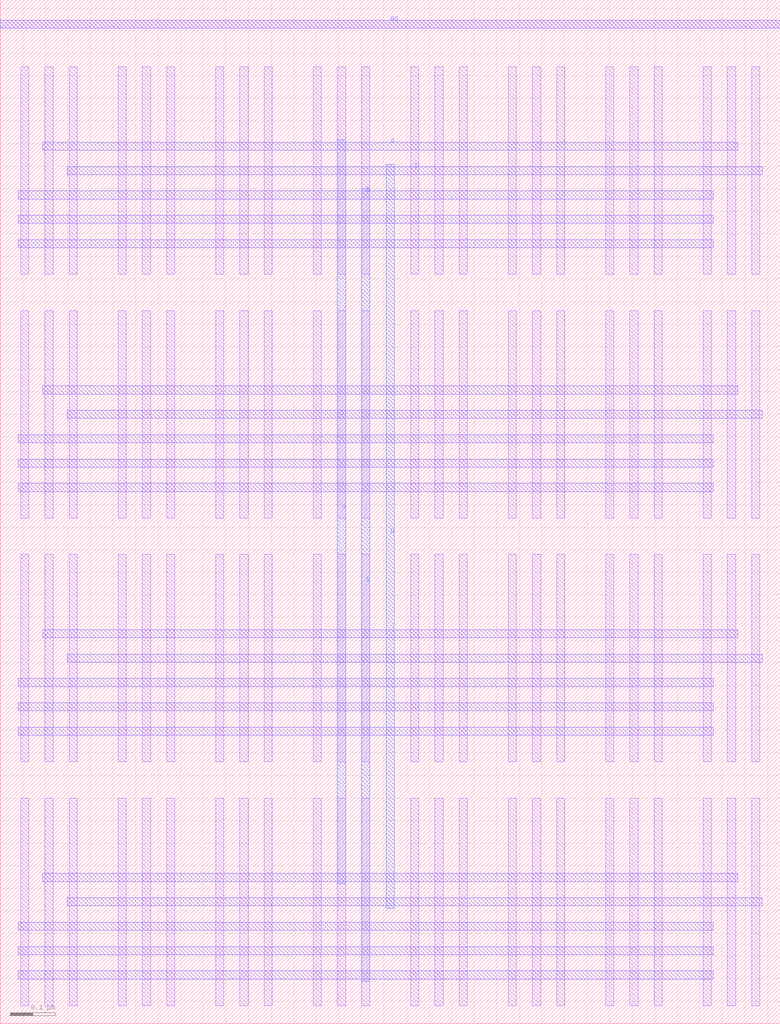
<source format=lef>
MACRO DCL_NMOS_n12_X1_Y1
  ORIGIN 0 0 ;
  FOREIGN DCL_NMOS_n12_X1_Y1 0 0 ;
  SIZE 0.432 BY 0.648 ;
  PIN S
    DIRECTION INOUT ;
    USE SIGNAL ;
    PORT
      LAYER M2 ;
        RECT 0.040 0.099 0.284 0.117 ;
      LAYER M2 ;
        RECT 0.040 0.153 0.284 0.171 ;
      LAYER M2 ;
        RECT 0.040 0.207 0.284 0.225 ;
      LAYER M3 ;
        RECT 0.153 0.094 0.171 0.446 ;
    END
  END S
  PIN BG
    DIRECTION INOUT ;
    USE SIGNAL ;
    PORT
      LAYER M2 ;
        RECT 0.000 0.585 0.432 0.603 ;
    END
  END BG
  PIN D
    DIRECTION INOUT ;
    USE SIGNAL ;
    PORT
      LAYER M2 ;
        RECT 0.094 0.261 0.392 0.279 ;
      LAYER M3 ;
        RECT 0.207 0.094 0.225 0.446 ;
    END
  END D
  OBS
    LAYER M1 ;
      RECT 0.099 0.040 0.117 0.500 ;
    LAYER M1 ;
      RECT 0.315 0.040 0.333 0.500 ;
    LAYER M1 ;
      RECT 0.045 0.040 0.063 0.500 ;
    LAYER M1 ;
      RECT 0.261 0.040 0.279 0.500 ;
    LAYER M1 ;
      RECT 0.153 0.040 0.171 0.500 ;
    LAYER M1 ;
      RECT 0.369 0.040 0.387 0.500 ;
    LAYER M1 ;
      RECT 0.000 0.585 0.432 0.603 ;   
  END
END DCL_NMOS_n12_X1_Y1
MACRO DCL_PMOS_n12_X5_Y2
  ORIGIN 0 0 ;
  FOREIGN DCL_PMOS_n12_X5_Y2 0 0 ;
  SIZE 2.160 BY 1.188 ;
  PIN S
    DIRECTION INOUT ;
    USE SIGNAL ;
    PORT
      LAYER M2 ;
        RECT 0.040 0.099 2.012 0.117 ;
      LAYER M2 ;
        RECT 0.040 0.153 2.012 0.171 ;
      LAYER M2 ;
        RECT 0.040 0.207 2.012 0.225 ;
      LAYER M2 ;
        RECT 0.040 0.639 2.012 0.657 ;
      LAYER M2 ;
        RECT 0.040 0.693 2.012 0.711 ;
      LAYER M2 ;
        RECT 0.040 0.747 2.012 0.765 ;
      LAYER M3 ;
        RECT 1.017 0.094 1.035 0.770 ;
    END
  END S
  PIN BG
    DIRECTION INOUT ;
    USE SIGNAL ;
    PORT
      LAYER M2 ;
        RECT 0.000 1.125 2.160 1.143 ;
    END
  END BG
  PIN D
    DIRECTION INOUT ;
    USE SIGNAL ;
    PORT
      LAYER M2 ;
        RECT 0.094 0.261 2.120 0.279 ;
      LAYER M2 ;
        RECT 0.094 0.801 2.120 0.819 ;
      LAYER M3 ;
        RECT 1.071 0.256 1.089 0.824 ;
    END
  END D
  OBS
    LAYER M1 ;
      RECT 0.000 1.125 2.160 1.143 ;
    LAYER M1 ;
      RECT 0.099 0.040 0.117 0.500 ;
    LAYER M1 ;
      RECT 0.099 0.580 0.117 1.040 ;
    LAYER M1 ;
      RECT 0.315 0.040 0.333 0.500 ;
    LAYER M1 ;
      RECT 0.315 0.580 0.333 1.040 ;
    LAYER M1 ;
      RECT 0.531 0.040 0.549 0.500 ;
    LAYER M1 ;
      RECT 0.531 0.580 0.549 1.040 ;
    LAYER M1 ;
      RECT 0.747 0.040 0.765 0.500 ;
    LAYER M1 ;
      RECT 0.747 0.580 0.765 1.040 ;
    LAYER M1 ;
      RECT 0.963 0.040 0.981 0.500 ;
    LAYER M1 ;
      RECT 0.963 0.580 0.981 1.040 ;
    LAYER M1 ;
      RECT 1.179 0.040 1.197 0.500 ;
    LAYER M1 ;
      RECT 1.179 0.580 1.197 1.040 ;
    LAYER M1 ;
      RECT 1.395 0.040 1.413 0.500 ;
    LAYER M1 ;
      RECT 1.395 0.580 1.413 1.040 ;
    LAYER M1 ;
      RECT 1.611 0.040 1.629 0.500 ;
    LAYER M1 ;
      RECT 1.611 0.580 1.629 1.040 ;
    LAYER M1 ;
      RECT 1.827 0.040 1.845 0.500 ;
    LAYER M1 ;
      RECT 1.827 0.580 1.845 1.040 ;
    LAYER M1 ;
      RECT 2.043 0.040 2.061 0.500 ;
    LAYER M1 ;
      RECT 2.043 0.580 2.061 1.040 ;
    LAYER M1 ;
      RECT 0.045 0.040 0.063 0.500 ;
    LAYER M1 ;
      RECT 0.045 0.580 0.063 1.040 ;
    LAYER M1 ;
      RECT 0.261 0.040 0.279 0.500 ;
    LAYER M1 ;
      RECT 0.261 0.580 0.279 1.040 ;
    LAYER M1 ;
      RECT 0.477 0.040 0.495 0.500 ;
    LAYER M1 ;
      RECT 0.477 0.580 0.495 1.040 ;
    LAYER M1 ;
      RECT 0.693 0.040 0.711 0.500 ;
    LAYER M1 ;
      RECT 0.693 0.580 0.711 1.040 ;
    LAYER M1 ;
      RECT 0.909 0.040 0.927 0.500 ;
    LAYER M1 ;
      RECT 0.909 0.580 0.927 1.040 ;
    LAYER M1 ;
      RECT 1.125 0.040 1.143 0.500 ;
    LAYER M1 ;
      RECT 1.125 0.580 1.143 1.040 ;
    LAYER M1 ;
      RECT 1.341 0.040 1.359 0.500 ;
    LAYER M1 ;
      RECT 1.341 0.580 1.359 1.040 ;
    LAYER M1 ;
      RECT 1.557 0.040 1.575 0.500 ;
    LAYER M1 ;
      RECT 1.557 0.580 1.575 1.040 ;
    LAYER M1 ;
      RECT 1.773 0.040 1.791 0.500 ;
    LAYER M1 ;
      RECT 1.773 0.580 1.791 1.040 ;
    LAYER M1 ;
      RECT 1.989 0.040 2.007 0.500 ;
    LAYER M1 ;
      RECT 1.989 0.580 2.007 1.040 ;
    LAYER M1 ;
      RECT 0.153 0.040 0.171 0.500 ;
    LAYER M1 ;
      RECT 0.153 0.580 0.171 1.040 ;
    LAYER M1 ;
      RECT 0.369 0.040 0.387 0.500 ;
    LAYER M1 ;
      RECT 0.369 0.580 0.387 1.040 ;
    LAYER M1 ;
      RECT 0.585 0.040 0.603 0.500 ;
    LAYER M1 ;
      RECT 0.585 0.580 0.603 1.040 ;
    LAYER M1 ;
      RECT 0.801 0.040 0.819 0.500 ;
    LAYER M1 ;
      RECT 0.801 0.580 0.819 1.040 ;
    LAYER M1 ;
      RECT 1.017 0.040 1.035 0.500 ;
    LAYER M1 ;
      RECT 1.017 0.580 1.035 1.040 ;
    LAYER M1 ;
      RECT 1.233 0.040 1.251 0.500 ;
    LAYER M1 ;
      RECT 1.233 0.580 1.251 1.040 ;
    LAYER M1 ;
      RECT 1.449 0.040 1.467 0.500 ;
    LAYER M1 ;
      RECT 1.449 0.580 1.467 1.040 ;
    LAYER M1 ;
      RECT 1.665 0.040 1.683 0.500 ;
    LAYER M1 ;
      RECT 1.665 0.580 1.683 1.040 ;
    LAYER M1 ;
      RECT 1.881 0.040 1.899 0.500 ;
    LAYER M1 ;
      RECT 1.881 0.580 1.899 1.040 ;
    LAYER M1 ;
      RECT 2.097 0.040 2.115 0.500 ;
    LAYER M1 ;
      RECT 2.097 0.580 2.115 1.040 ;
  END
END DCL_PMOS_n12_X5_Y2
MACRO Switch_NMOS_n12_X2_Y2
  ORIGIN 0 0 ;
  FOREIGN Switch_NMOS_n12_X2_Y2 0 0 ;
  SIZE 0.864 BY 1.188 ;
  PIN S
    DIRECTION INOUT ;
    USE SIGNAL ;
    PORT
      LAYER M2 ;
        RECT 0.040 0.099 0.716 0.117 ;
      LAYER M2 ;
        RECT 0.040 0.153 0.716 0.171 ;
      LAYER M2 ;
        RECT 0.040 0.207 0.716 0.225 ;
      LAYER M2 ;
        RECT 0.040 0.639 0.716 0.657 ;
      LAYER M2 ;
        RECT 0.040 0.693 0.716 0.711 ;
      LAYER M2 ;
        RECT 0.040 0.747 0.716 0.765 ;
      LAYER M3 ;
        RECT 0.369 0.094 0.387 0.770 ;
    END
  END S
  PIN BG
    DIRECTION INOUT ;
    USE SIGNAL ;
    PORT
      LAYER M2 ;
        RECT 0.000 1.125 0.864 1.143 ;
    END
  END BG
  PIN D
    DIRECTION INOUT ;
    USE SIGNAL ;
    PORT
      LAYER M2 ;
        RECT 0.148 0.261 0.824 0.279 ;
      LAYER M2 ;
        RECT 0.148 0.801 0.824 0.819 ;
      LAYER M3 ;
        RECT 0.423 0.256 0.441 0.824 ;
    END
  END D
  PIN G
    DIRECTION INOUT ;
    USE SIGNAL ;
    PORT
      LAYER M2 ;
        RECT 0.094 0.315 0.770 0.333 ;
      LAYER M2 ;
        RECT 0.094 0.855 0.770 0.873 ;
      LAYER M3 ;
        RECT 0.315 0.310 0.333 0.878 ;
    END
  END G
  OBS
    LAYER M1 ;
      RECT 0.000 1.125 0.864 1.143 ;
    LAYER M1 ;
      RECT 0.099 0.040 0.117 0.500 ;
    LAYER M1 ;
      RECT 0.099 0.580 0.117 1.040 ;
    LAYER M1 ;
      RECT 0.315 0.040 0.333 0.500 ;
    LAYER M1 ;
      RECT 0.315 0.580 0.333 1.040 ;
    LAYER M1 ;
      RECT 0.531 0.040 0.549 0.500 ;
    LAYER M1 ;
      RECT 0.531 0.580 0.549 1.040 ;
    LAYER M1 ;
      RECT 0.747 0.040 0.765 0.500 ;
    LAYER M1 ;
      RECT 0.747 0.580 0.765 1.040 ;
    LAYER M1 ;
      RECT 0.045 0.040 0.063 0.500 ;
    LAYER M1 ;
      RECT 0.045 0.580 0.063 1.040 ;
    LAYER M1 ;
      RECT 0.261 0.040 0.279 0.500 ;
    LAYER M1 ;
      RECT 0.261 0.580 0.279 1.040 ;
    LAYER M1 ;
      RECT 0.477 0.040 0.495 0.500 ;
    LAYER M1 ;
      RECT 0.477 0.580 0.495 1.040 ;
    LAYER M1 ;
      RECT 0.693 0.040 0.711 0.500 ;
    LAYER M1 ;
      RECT 0.693 0.580 0.711 1.040 ;
    LAYER M1 ;
      RECT 0.153 0.040 0.171 0.500 ;
    LAYER M1 ;
      RECT 0.153 0.580 0.171 1.040 ;
    LAYER M1 ;
      RECT 0.369 0.040 0.387 0.500 ;
    LAYER M1 ;
      RECT 0.369 0.580 0.387 1.040 ;
    LAYER M1 ;
      RECT 0.585 0.040 0.603 0.500 ;
    LAYER M1 ;
      RECT 0.585 0.580 0.603 1.040 ;
    LAYER M1 ;
      RECT 0.801 0.040 0.819 0.500 ;
    LAYER M1 ;
      RECT 0.801 0.580 0.819 1.040 ;
  END
END Switch_NMOS_n12_X2_Y2
MACRO Switch_NMOS_n12_X4_Y4
  ORIGIN 0 0 ;
  FOREIGN Switch_NMOS_n12_X4_Y4 0 0 ;
  SIZE 1.728 BY 2.268 ;
  PIN S
    DIRECTION INOUT ;
    USE SIGNAL ;
    PORT
      LAYER M2 ;
        RECT 0.040 0.099 1.580 0.117 ;
      LAYER M2 ;
        RECT 0.040 0.153 1.580 0.171 ;
      LAYER M2 ;
        RECT 0.040 0.207 1.580 0.225 ;
      LAYER M2 ;
        RECT 0.040 0.639 1.580 0.657 ;
      LAYER M2 ;
        RECT 0.040 0.693 1.580 0.711 ;
      LAYER M2 ;
        RECT 0.040 0.747 1.580 0.765 ;
      LAYER M2 ;
        RECT 0.040 1.179 1.580 1.197 ;
      LAYER M2 ;
        RECT 0.040 1.233 1.580 1.251 ;
      LAYER M2 ;
        RECT 0.040 1.287 1.580 1.305 ;
      LAYER M2 ;
        RECT 0.040 1.719 1.580 1.737 ;
      LAYER M2 ;
        RECT 0.040 1.773 1.580 1.791 ;
      LAYER M2 ;
        RECT 0.040 1.827 1.580 1.845 ;
      LAYER M3 ;
        RECT 0.801 0.094 0.819 1.850 ;
    END
  END S
  PIN BG
    DIRECTION INOUT ;
    USE SIGNAL ;
    PORT
      LAYER M2 ;
        RECT 0.000 2.205 1.728 2.223 ;
    END
  END BG
  PIN D
    DIRECTION INOUT ;
    USE SIGNAL ;
    PORT
      LAYER M2 ;
        RECT 0.148 0.261 1.688 0.279 ;
      LAYER M2 ;
        RECT 0.148 0.801 1.688 0.819 ;
      LAYER M2 ;
        RECT 0.148 1.341 1.688 1.359 ;
      LAYER M2 ;
        RECT 0.148 1.881 1.688 1.899 ;
      LAYER M3 ;
        RECT 0.855 0.256 0.873 1.904 ;
    END
  END D
  PIN G
    DIRECTION INOUT ;
    USE SIGNAL ;
    PORT
      LAYER M2 ;
        RECT 0.094 0.315 1.634 0.333 ;
      LAYER M2 ;
        RECT 0.094 0.855 1.634 0.873 ;
      LAYER M2 ;
        RECT 0.094 1.395 1.634 1.413 ;
      LAYER M2 ;
        RECT 0.094 1.935 1.634 1.953 ;
      LAYER M3 ;
        RECT 0.747 0.310 0.765 1.958 ;
    END
  END G
  OBS
    LAYER M1 ;
      RECT 0.000 2.205 1.728 2.223 ;
    LAYER M1 ;
      RECT 0.099 0.040 0.117 0.500 ;
    LAYER M1 ;
      RECT 0.099 0.580 0.117 1.040 ;
    LAYER M1 ;
      RECT 0.099 1.120 0.117 1.580 ;
    LAYER M1 ;
      RECT 0.099 1.660 0.117 2.120 ;
    LAYER M1 ;
      RECT 0.315 0.040 0.333 0.500 ;
    LAYER M1 ;
      RECT 0.315 0.580 0.333 1.040 ;
    LAYER M1 ;
      RECT 0.315 1.120 0.333 1.580 ;
    LAYER M1 ;
      RECT 0.315 1.660 0.333 2.120 ;
    LAYER M1 ;
      RECT 0.531 0.040 0.549 0.500 ;
    LAYER M1 ;
      RECT 0.531 0.580 0.549 1.040 ;
    LAYER M1 ;
      RECT 0.531 1.120 0.549 1.580 ;
    LAYER M1 ;
      RECT 0.531 1.660 0.549 2.120 ;
    LAYER M1 ;
      RECT 0.747 0.040 0.765 0.500 ;
    LAYER M1 ;
      RECT 0.747 0.580 0.765 1.040 ;
    LAYER M1 ;
      RECT 0.747 1.120 0.765 1.580 ;
    LAYER M1 ;
      RECT 0.747 1.660 0.765 2.120 ;
    LAYER M1 ;
      RECT 0.963 0.040 0.981 0.500 ;
    LAYER M1 ;
      RECT 0.963 0.580 0.981 1.040 ;
    LAYER M1 ;
      RECT 0.963 1.120 0.981 1.580 ;
    LAYER M1 ;
      RECT 0.963 1.660 0.981 2.120 ;
    LAYER M1 ;
      RECT 1.179 0.040 1.197 0.500 ;
    LAYER M1 ;
      RECT 1.179 0.580 1.197 1.040 ;
    LAYER M1 ;
      RECT 1.179 1.120 1.197 1.580 ;
    LAYER M1 ;
      RECT 1.179 1.660 1.197 2.120 ;
    LAYER M1 ;
      RECT 1.395 0.040 1.413 0.500 ;
    LAYER M1 ;
      RECT 1.395 0.580 1.413 1.040 ;
    LAYER M1 ;
      RECT 1.395 1.120 1.413 1.580 ;
    LAYER M1 ;
      RECT 1.395 1.660 1.413 2.120 ;
    LAYER M1 ;
      RECT 1.611 0.040 1.629 0.500 ;
    LAYER M1 ;
      RECT 1.611 0.580 1.629 1.040 ;
    LAYER M1 ;
      RECT 1.611 1.120 1.629 1.580 ;
    LAYER M1 ;
      RECT 1.611 1.660 1.629 2.120 ;
    LAYER M1 ;
      RECT 0.045 0.040 0.063 0.500 ;
    LAYER M1 ;
      RECT 0.045 0.580 0.063 1.040 ;
    LAYER M1 ;
      RECT 0.045 1.120 0.063 1.580 ;
    LAYER M1 ;
      RECT 0.045 1.660 0.063 2.120 ;
    LAYER M1 ;
      RECT 0.261 0.040 0.279 0.500 ;
    LAYER M1 ;
      RECT 0.261 0.580 0.279 1.040 ;
    LAYER M1 ;
      RECT 0.261 1.120 0.279 1.580 ;
    LAYER M1 ;
      RECT 0.261 1.660 0.279 2.120 ;
    LAYER M1 ;
      RECT 0.477 0.040 0.495 0.500 ;
    LAYER M1 ;
      RECT 0.477 0.580 0.495 1.040 ;
    LAYER M1 ;
      RECT 0.477 1.120 0.495 1.580 ;
    LAYER M1 ;
      RECT 0.477 1.660 0.495 2.120 ;
    LAYER M1 ;
      RECT 0.693 0.040 0.711 0.500 ;
    LAYER M1 ;
      RECT 0.693 0.580 0.711 1.040 ;
    LAYER M1 ;
      RECT 0.693 1.120 0.711 1.580 ;
    LAYER M1 ;
      RECT 0.693 1.660 0.711 2.120 ;
    LAYER M1 ;
      RECT 0.909 0.040 0.927 0.500 ;
    LAYER M1 ;
      RECT 0.909 0.580 0.927 1.040 ;
    LAYER M1 ;
      RECT 0.909 1.120 0.927 1.580 ;
    LAYER M1 ;
      RECT 0.909 1.660 0.927 2.120 ;
    LAYER M1 ;
      RECT 1.125 0.040 1.143 0.500 ;
    LAYER M1 ;
      RECT 1.125 0.580 1.143 1.040 ;
    LAYER M1 ;
      RECT 1.125 1.120 1.143 1.580 ;
    LAYER M1 ;
      RECT 1.125 1.660 1.143 2.120 ;
    LAYER M1 ;
      RECT 1.341 0.040 1.359 0.500 ;
    LAYER M1 ;
      RECT 1.341 0.580 1.359 1.040 ;
    LAYER M1 ;
      RECT 1.341 1.120 1.359 1.580 ;
    LAYER M1 ;
      RECT 1.341 1.660 1.359 2.120 ;
    LAYER M1 ;
      RECT 1.557 0.040 1.575 0.500 ;
    LAYER M1 ;
      RECT 1.557 0.580 1.575 1.040 ;
    LAYER M1 ;
      RECT 1.557 1.120 1.575 1.580 ;
    LAYER M1 ;
      RECT 1.557 1.660 1.575 2.120 ;
    LAYER M1 ;
      RECT 0.153 0.040 0.171 0.500 ;
    LAYER M1 ;
      RECT 0.153 0.580 0.171 1.040 ;
    LAYER M1 ;
      RECT 0.153 1.120 0.171 1.580 ;
    LAYER M1 ;
      RECT 0.153 1.660 0.171 2.120 ;
    LAYER M1 ;
      RECT 0.369 0.040 0.387 0.500 ;
    LAYER M1 ;
      RECT 0.369 0.580 0.387 1.040 ;
    LAYER M1 ;
      RECT 0.369 1.120 0.387 1.580 ;
    LAYER M1 ;
      RECT 0.369 1.660 0.387 2.120 ;
    LAYER M1 ;
      RECT 0.585 0.040 0.603 0.500 ;
    LAYER M1 ;
      RECT 0.585 0.580 0.603 1.040 ;
    LAYER M1 ;
      RECT 0.585 1.120 0.603 1.580 ;
    LAYER M1 ;
      RECT 0.585 1.660 0.603 2.120 ;
    LAYER M1 ;
      RECT 0.801 0.040 0.819 0.500 ;
    LAYER M1 ;
      RECT 0.801 0.580 0.819 1.040 ;
    LAYER M1 ;
      RECT 0.801 1.120 0.819 1.580 ;
    LAYER M1 ;
      RECT 0.801 1.660 0.819 2.120 ;
    LAYER M1 ;
      RECT 1.017 0.040 1.035 0.500 ;
    LAYER M1 ;
      RECT 1.017 0.580 1.035 1.040 ;
    LAYER M1 ;
      RECT 1.017 1.120 1.035 1.580 ;
    LAYER M1 ;
      RECT 1.017 1.660 1.035 2.120 ;
    LAYER M1 ;
      RECT 1.233 0.040 1.251 0.500 ;
    LAYER M1 ;
      RECT 1.233 0.580 1.251 1.040 ;
    LAYER M1 ;
      RECT 1.233 1.120 1.251 1.580 ;
    LAYER M1 ;
      RECT 1.233 1.660 1.251 2.120 ;
    LAYER M1 ;
      RECT 1.449 0.040 1.467 0.500 ;
    LAYER M1 ;
      RECT 1.449 0.580 1.467 1.040 ;
    LAYER M1 ;
      RECT 1.449 1.120 1.467 1.580 ;
    LAYER M1 ;
      RECT 1.449 1.660 1.467 2.120 ;
    LAYER M1 ;
      RECT 1.665 0.040 1.683 0.500 ;
    LAYER M1 ;
      RECT 1.665 0.580 1.683 1.040 ;
    LAYER M1 ;
      RECT 1.665 1.120 1.683 1.580 ;
    LAYER M1 ;
      RECT 1.665 1.660 1.683 2.120 ;
  END
END Switch_NMOS_n12_X4_Y4
MACRO Switch_PMOS_n12_X5_Y2
  ORIGIN 0 0 ;
  FOREIGN Switch_PMOS_n12_X5_Y2 0 0 ;
  SIZE 2.160 BY 1.188 ;
  PIN S
    DIRECTION INOUT ;
    USE SIGNAL ;
    PORT
      LAYER M2 ;
        RECT 0.040 0.099 2.012 0.117 ;
      LAYER M2 ;
        RECT 0.040 0.153 2.012 0.171 ;
      LAYER M2 ;
        RECT 0.040 0.207 2.012 0.225 ;
      LAYER M2 ;
        RECT 0.040 0.639 2.012 0.657 ;
      LAYER M2 ;
        RECT 0.040 0.693 2.012 0.711 ;
      LAYER M2 ;
        RECT 0.040 0.747 2.012 0.765 ;
      LAYER M3 ;
        RECT 1.017 0.094 1.035 0.770 ;
    END
  END S
  PIN BG
    DIRECTION INOUT ;
    USE SIGNAL ;
    PORT
      LAYER M2 ;
        RECT 0.000 1.125 2.160 1.143 ;
    END
  END BG
  PIN D
    DIRECTION INOUT ;
    USE SIGNAL ;
    PORT
      LAYER M2 ;
        RECT 0.148 0.261 2.120 0.279 ;
      LAYER M2 ;
        RECT 0.148 0.801 2.120 0.819 ;
      LAYER M3 ;
        RECT 1.071 0.256 1.089 0.824 ;
    END
  END D
  PIN G
    DIRECTION INOUT ;
    USE SIGNAL ;
    PORT
      LAYER M2 ;
        RECT 0.094 0.315 2.066 0.333 ;
      LAYER M2 ;
        RECT 0.094 0.855 2.066 0.873 ;
      LAYER M3 ;
        RECT 0.963 0.310 0.981 0.878 ;
    END
  END G
  OBS
    LAYER M1 ;
      RECT 0.000 1.125 2.160 1.143 ;
    LAYER M1 ;
      RECT 0.099 0.040 0.117 0.500 ;
    LAYER M1 ;
      RECT 0.099 0.580 0.117 1.040 ;
    LAYER M1 ;
      RECT 0.315 0.040 0.333 0.500 ;
    LAYER M1 ;
      RECT 0.315 0.580 0.333 1.040 ;
    LAYER M1 ;
      RECT 0.531 0.040 0.549 0.500 ;
    LAYER M1 ;
      RECT 0.531 0.580 0.549 1.040 ;
    LAYER M1 ;
      RECT 0.747 0.040 0.765 0.500 ;
    LAYER M1 ;
      RECT 0.747 0.580 0.765 1.040 ;
    LAYER M1 ;
      RECT 0.963 0.040 0.981 0.500 ;
    LAYER M1 ;
      RECT 0.963 0.580 0.981 1.040 ;
    LAYER M1 ;
      RECT 1.179 0.040 1.197 0.500 ;
    LAYER M1 ;
      RECT 1.179 0.580 1.197 1.040 ;
    LAYER M1 ;
      RECT 1.395 0.040 1.413 0.500 ;
    LAYER M1 ;
      RECT 1.395 0.580 1.413 1.040 ;
    LAYER M1 ;
      RECT 1.611 0.040 1.629 0.500 ;
    LAYER M1 ;
      RECT 1.611 0.580 1.629 1.040 ;
    LAYER M1 ;
      RECT 1.827 0.040 1.845 0.500 ;
    LAYER M1 ;
      RECT 1.827 0.580 1.845 1.040 ;
    LAYER M1 ;
      RECT 2.043 0.040 2.061 0.500 ;
    LAYER M1 ;
      RECT 2.043 0.580 2.061 1.040 ;
    LAYER M1 ;
      RECT 0.045 0.040 0.063 0.500 ;
    LAYER M1 ;
      RECT 0.045 0.580 0.063 1.040 ;
    LAYER M1 ;
      RECT 0.261 0.040 0.279 0.500 ;
    LAYER M1 ;
      RECT 0.261 0.580 0.279 1.040 ;
    LAYER M1 ;
      RECT 0.477 0.040 0.495 0.500 ;
    LAYER M1 ;
      RECT 0.477 0.580 0.495 1.040 ;
    LAYER M1 ;
      RECT 0.693 0.040 0.711 0.500 ;
    LAYER M1 ;
      RECT 0.693 0.580 0.711 1.040 ;
    LAYER M1 ;
      RECT 0.909 0.040 0.927 0.500 ;
    LAYER M1 ;
      RECT 0.909 0.580 0.927 1.040 ;
    LAYER M1 ;
      RECT 1.125 0.040 1.143 0.500 ;
    LAYER M1 ;
      RECT 1.125 0.580 1.143 1.040 ;
    LAYER M1 ;
      RECT 1.341 0.040 1.359 0.500 ;
    LAYER M1 ;
      RECT 1.341 0.580 1.359 1.040 ;
    LAYER M1 ;
      RECT 1.557 0.040 1.575 0.500 ;
    LAYER M1 ;
      RECT 1.557 0.580 1.575 1.040 ;
    LAYER M1 ;
      RECT 1.773 0.040 1.791 0.500 ;
    LAYER M1 ;
      RECT 1.773 0.580 1.791 1.040 ;
    LAYER M1 ;
      RECT 1.989 0.040 2.007 0.500 ;
    LAYER M1 ;
      RECT 1.989 0.580 2.007 1.040 ;
    LAYER M1 ;
      RECT 0.153 0.040 0.171 0.500 ;
    LAYER M1 ;
      RECT 0.153 0.580 0.171 1.040 ;
    LAYER M1 ;
      RECT 0.369 0.040 0.387 0.500 ;
    LAYER M1 ;
      RECT 0.369 0.580 0.387 1.040 ;
    LAYER M1 ;
      RECT 0.585 0.040 0.603 0.500 ;
    LAYER M1 ;
      RECT 0.585 0.580 0.603 1.040 ;
    LAYER M1 ;
      RECT 0.801 0.040 0.819 0.500 ;
    LAYER M1 ;
      RECT 0.801 0.580 0.819 1.040 ;
    LAYER M1 ;
      RECT 1.017 0.040 1.035 0.500 ;
    LAYER M1 ;
      RECT 1.017 0.580 1.035 1.040 ;
    LAYER M1 ;
      RECT 1.233 0.040 1.251 0.500 ;
    LAYER M1 ;
      RECT 1.233 0.580 1.251 1.040 ;
    LAYER M1 ;
      RECT 1.449 0.040 1.467 0.500 ;
    LAYER M1 ;
      RECT 1.449 0.580 1.467 1.040 ;
    LAYER M1 ;
      RECT 1.665 0.040 1.683 0.500 ;
    LAYER M1 ;
      RECT 1.665 0.580 1.683 1.040 ;
    LAYER M1 ;
      RECT 1.881 0.040 1.899 0.500 ;
    LAYER M1 ;
      RECT 1.881 0.580 1.899 1.040 ;
    LAYER M1 ;
      RECT 2.097 0.040 2.115 0.500 ;
    LAYER M1 ;
      RECT 2.097 0.580 2.115 1.040 ;
  END
END Switch_PMOS_n12_X5_Y2

</source>
